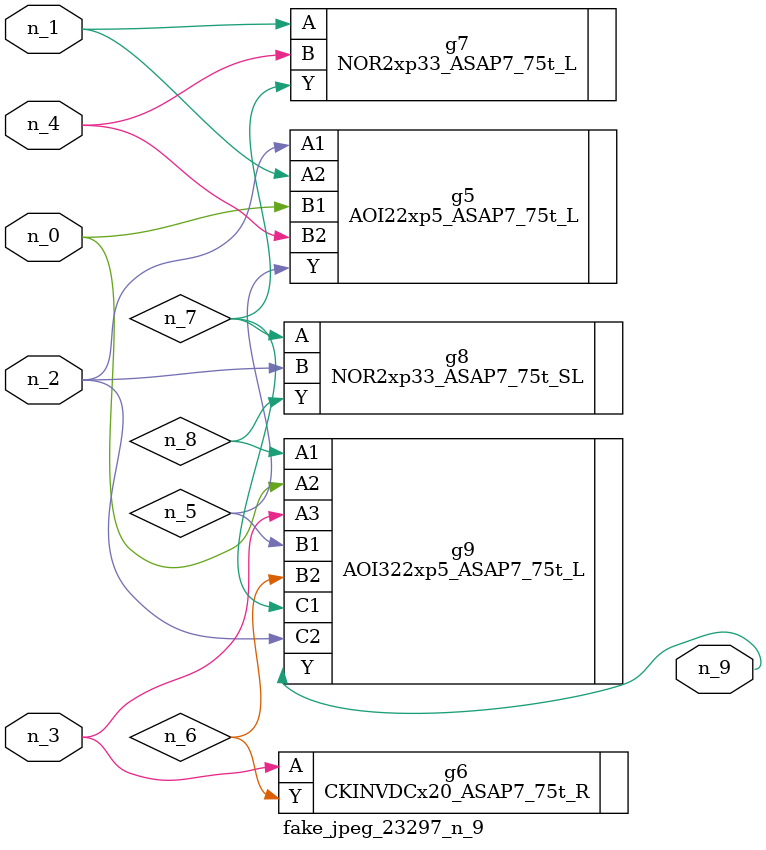
<source format=v>
module fake_jpeg_23297_n_9 (n_3, n_2, n_1, n_0, n_4, n_9);

input n_3;
input n_2;
input n_1;
input n_0;
input n_4;

output n_9;

wire n_8;
wire n_6;
wire n_5;
wire n_7;

AOI22xp5_ASAP7_75t_L g5 ( 
.A1(n_2),
.A2(n_1),
.B1(n_0),
.B2(n_4),
.Y(n_5)
);

CKINVDCx20_ASAP7_75t_R g6 ( 
.A(n_3),
.Y(n_6)
);

NOR2xp33_ASAP7_75t_L g7 ( 
.A(n_1),
.B(n_4),
.Y(n_7)
);

NOR2xp33_ASAP7_75t_SL g8 ( 
.A(n_7),
.B(n_2),
.Y(n_8)
);

AOI322xp5_ASAP7_75t_L g9 ( 
.A1(n_8),
.A2(n_0),
.A3(n_3),
.B1(n_5),
.B2(n_6),
.C1(n_7),
.C2(n_2),
.Y(n_9)
);


endmodule
</source>
